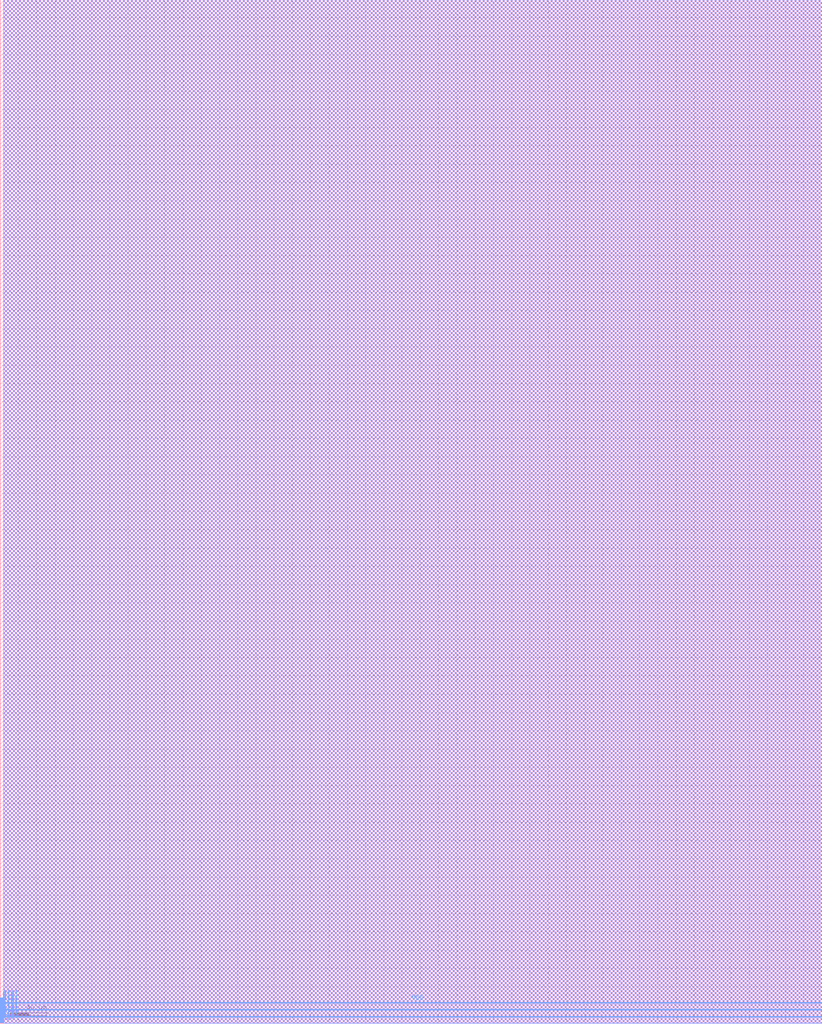
<source format=lef>
VERSION 5.6 ;
BUSBITCHARS "[]" ;
DIVIDERCHAR "/" ;

MACRO SRAM1RW1024x8
  CLASS BLOCK ;
  ORIGIN 0 0 ;
  FOREIGN SRAM1RW1024x8 0 0 ;
  SIZE 900.0 BY 1119.808 ;
  SYMMETRY X Y ;
  SITE coreSite ;
  PIN VDD
    DIRECTION INOUT ;
    USE POWER ;
    PORT 
      LAYER M4 ;
        RECT 0.0 6.528 900.0 6.912 ;
        RECT 0.0 14.208 900.0 14.592 ;
        RECT 0.0 21.888 900.0 22.272 ;
    END 
  END VDD
  PIN VSS
    DIRECTION INOUT ;
    USE GROUND ;
    PORT 
      LAYER M4 ;
        RECT 0.0 7.296 900.0 7.68 ;
        RECT 0.0 14.976 900.0 15.36 ;
        RECT 0.0 22.656 900.0 23.04 ;
    END 
  END VSS
  PIN CE
    DIRECTION INPUT ;
    USE SIGNAL ;
    PORT 
      LAYER M4 ;
        RECT 0.0 0.384 4.0 0.768 ;
    END 
  END CE
  PIN WEB
    DIRECTION INPUT ;
    USE SIGNAL ;
    PORT 
      LAYER M4 ;
        RECT 0.0 1.152 4.0 1.536 ;
    END 
  END WEB
  PIN OEB
    DIRECTION INPUT ;
    USE SIGNAL ;
    PORT 
      LAYER M4 ;
        RECT 0.0 1.92 4.0 2.304 ;
    END 
  END OEB
  PIN CSB
    DIRECTION INPUT ;
    USE SIGNAL ;
    PORT 
      LAYER M4 ;
        RECT 0.0 2.688 4.0 3.072 ;
    END 
  END CSB
  PIN A[0]
    DIRECTION INPUT ;
    USE SIGNAL ;
    PORT 
      LAYER M4 ;
        RECT 0.0 3.456 4.0 3.84 ;
    END 
  END A[0]
  PIN A[1]
    DIRECTION INPUT ;
    USE SIGNAL ;
    PORT 
      LAYER M4 ;
        RECT 0.0 4.224 4.0 4.608 ;
    END 
  END A[1]
  PIN A[2]
    DIRECTION INPUT ;
    USE SIGNAL ;
    PORT 
      LAYER M4 ;
        RECT 0.0 4.992 4.0 5.376 ;
    END 
  END A[2]
  PIN A[3]
    DIRECTION INPUT ;
    USE SIGNAL ;
    PORT 
      LAYER M4 ;
        RECT 0.0 5.76 4.0 6.144 ;
    END 
  END A[3]
  PIN A[4]
    DIRECTION INPUT ;
    USE SIGNAL ;
    PORT 
      LAYER M4 ;
        RECT 0.0 8.064 4.0 8.448 ;
    END 
  END A[4]
  PIN A[5]
    DIRECTION INPUT ;
    USE SIGNAL ;
    PORT 
      LAYER M4 ;
        RECT 0.0 8.832 4.0 9.216 ;
    END 
  END A[5]
  PIN A[6]
    DIRECTION INPUT ;
    USE SIGNAL ;
    PORT 
      LAYER M4 ;
        RECT 0.0 9.6 4.0 9.984 ;
    END 
  END A[6]
  PIN A[7]
    DIRECTION INPUT ;
    USE SIGNAL ;
    PORT 
      LAYER M4 ;
        RECT 0.0 10.368 4.0 10.752 ;
    END 
  END A[7]
  PIN A[8]
    DIRECTION INPUT ;
    USE SIGNAL ;
    PORT 
      LAYER M4 ;
        RECT 0.0 11.136 4.0 11.52 ;
    END 
  END A[8]
  PIN A[9]
    DIRECTION INPUT ;
    USE SIGNAL ;
    PORT 
      LAYER M4 ;
        RECT 0.0 11.904 4.0 12.288 ;
    END 
  END A[9]
  PIN I[0]
    DIRECTION INPUT ;
    USE SIGNAL ;
    PORT 
      LAYER M4 ;
        RECT 0.0 12.672 4.0 13.056 ;
    END 
  END I[0]
  PIN I[1]
    DIRECTION INPUT ;
    USE SIGNAL ;
    PORT 
      LAYER M4 ;
        RECT 0.0 13.44 4.0 13.824 ;
    END 
  END I[1]
  PIN I[2]
    DIRECTION INPUT ;
    USE SIGNAL ;
    PORT 
      LAYER M4 ;
        RECT 0.0 15.744 4.0 16.128 ;
    END 
  END I[2]
  PIN I[3]
    DIRECTION INPUT ;
    USE SIGNAL ;
    PORT 
      LAYER M4 ;
        RECT 0.0 16.512 4.0 16.896 ;
    END 
  END I[3]
  PIN I[4]
    DIRECTION INPUT ;
    USE SIGNAL ;
    PORT 
      LAYER M4 ;
        RECT 0.0 17.28 4.0 17.664 ;
    END 
  END I[4]
  PIN I[5]
    DIRECTION INPUT ;
    USE SIGNAL ;
    PORT 
      LAYER M4 ;
        RECT 0.0 18.048 4.0 18.432 ;
    END 
  END I[5]
  PIN I[6]
    DIRECTION INPUT ;
    USE SIGNAL ;
    PORT 
      LAYER M4 ;
        RECT 0.0 18.816 4.0 19.2 ;
    END 
  END I[6]
  PIN I[7]
    DIRECTION INPUT ;
    USE SIGNAL ;
    PORT 
      LAYER M4 ;
        RECT 0.0 19.584 4.0 19.968 ;
    END 
  END I[7]
  PIN O[0]
    DIRECTION OUTPUT ;
    USE SIGNAL ;
    PORT 
      LAYER M4 ;
        RECT 0.0 20.352 4.0 20.736 ;
    END 
  END O[0]
  PIN O[1]
    DIRECTION OUTPUT ;
    USE SIGNAL ;
    PORT 
      LAYER M4 ;
        RECT 0.0 21.12 4.0 21.504 ;
    END 
  END O[1]
  PIN O[2]
    DIRECTION OUTPUT ;
    USE SIGNAL ;
    PORT 
      LAYER M4 ;
        RECT 0.0 23.424 4.0 23.808 ;
    END 
  END O[2]
  PIN O[3]
    DIRECTION OUTPUT ;
    USE SIGNAL ;
    PORT 
      LAYER M4 ;
        RECT 0.0 24.192 4.0 24.576 ;
    END 
  END O[3]
  PIN O[4]
    DIRECTION OUTPUT ;
    USE SIGNAL ;
    PORT 
      LAYER M4 ;
        RECT 0.0 24.96 4.0 25.344 ;
    END 
  END O[4]
  PIN O[5]
    DIRECTION OUTPUT ;
    USE SIGNAL ;
    PORT 
      LAYER M4 ;
        RECT 0.0 25.728 4.0 26.112 ;
    END 
  END O[5]
  PIN O[6]
    DIRECTION OUTPUT ;
    USE SIGNAL ;
    PORT 
      LAYER M4 ;
        RECT 0.0 26.496 4.0 26.88 ;
    END 
  END O[6]
  PIN O[7]
    DIRECTION OUTPUT ;
    USE SIGNAL ;
    PORT 
      LAYER M4 ;
        RECT 0.0 27.264 4.0 27.648 ;
    END 
  END O[7]
  OBS 
    LAYER M1 ;
      RECT 4.0 0.0 900.0 1119.808 ;
    LAYER M2 ;
      RECT 4.0 0.0 900.0 1119.808 ;
    LAYER M3 ;
      RECT 4.0 0.0 900.0 1119.808 ;
  END 
END SRAM1RW1024x8

END LIBRARY
</source>
